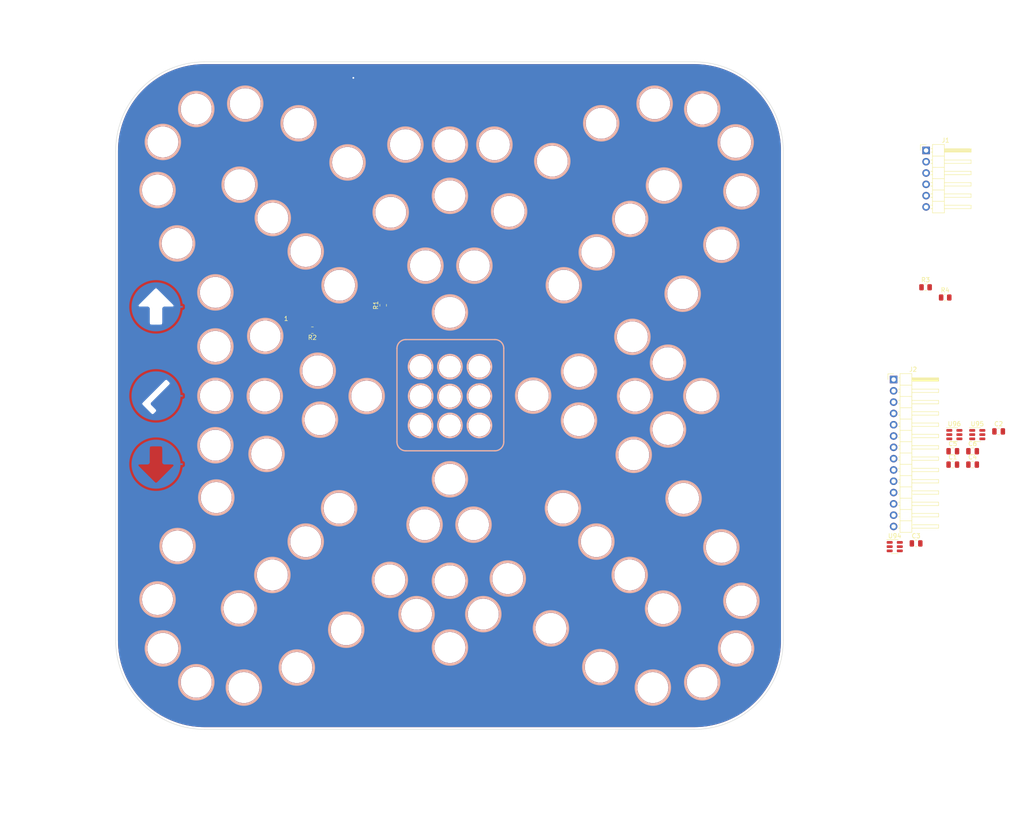
<source format=kicad_pcb>
(kicad_pcb (version 20211014) (generator pcbnew)

  (general
    (thickness 1.6)
  )

  (paper "A4")
  (layers
    (0 "F.Cu" signal)
    (31 "B.Cu" signal)
    (32 "B.Adhes" user "B.Adhesive")
    (33 "F.Adhes" user "F.Adhesive")
    (34 "B.Paste" user)
    (35 "F.Paste" user)
    (36 "B.SilkS" user "B.Silkscreen")
    (37 "F.SilkS" user "F.Silkscreen")
    (38 "B.Mask" user)
    (39 "F.Mask" user)
    (40 "Dwgs.User" user "User.Drawings")
    (41 "Cmts.User" user "User.Comments")
    (42 "Eco1.User" user "User.Eco1")
    (43 "Eco2.User" user "User.Eco2")
    (44 "Edge.Cuts" user)
    (45 "Margin" user)
    (46 "B.CrtYd" user "B.Courtyard")
    (47 "F.CrtYd" user "F.Courtyard")
    (48 "B.Fab" user)
    (49 "F.Fab" user)
    (50 "User.1" user)
    (51 "User.2" user)
    (52 "User.3" user)
    (53 "User.4" user)
    (54 "User.5" user)
    (55 "User.6" user)
    (56 "User.7" user)
    (57 "User.8" user)
    (58 "User.9" user)
  )

  (setup
    (stackup
      (layer "F.SilkS" (type "Top Silk Screen") (color "White"))
      (layer "F.Paste" (type "Top Solder Paste"))
      (layer "F.Mask" (type "Top Solder Mask") (color "Black") (thickness 0.01))
      (layer "F.Cu" (type "copper") (thickness 0.035))
      (layer "dielectric 1" (type "core") (thickness 1.51) (material "FR4") (epsilon_r 4.5) (loss_tangent 0.02))
      (layer "B.Cu" (type "copper") (thickness 0.035))
      (layer "B.Mask" (type "Bottom Solder Mask") (color "Black") (thickness 0.01))
      (layer "B.Paste" (type "Bottom Solder Paste"))
      (layer "B.SilkS" (type "Bottom Silk Screen") (color "White"))
      (copper_finish "None")
      (dielectric_constraints no)
    )
    (pad_to_mask_clearance 0)
    (pcbplotparams
      (layerselection 0x00010fc_ffffffff)
      (disableapertmacros false)
      (usegerberextensions false)
      (usegerberattributes true)
      (usegerberadvancedattributes true)
      (creategerberjobfile true)
      (svguseinch false)
      (svgprecision 6)
      (excludeedgelayer true)
      (plotframeref false)
      (viasonmask false)
      (mode 1)
      (useauxorigin false)
      (hpglpennumber 1)
      (hpglpenspeed 20)
      (hpglpendiameter 15.000000)
      (dxfpolygonmode true)
      (dxfimperialunits true)
      (dxfusepcbnewfont true)
      (psnegative false)
      (psa4output false)
      (plotreference true)
      (plotvalue true)
      (plotinvisibletext false)
      (sketchpadsonfab false)
      (subtractmaskfromsilk false)
      (outputformat 1)
      (mirror false)
      (drillshape 0)
      (scaleselection 1)
      (outputdirectory "gerber/")
    )
  )

  (net 0 "")
  (net 1 "VDD")
  (net 2 "Net-(J1-Pad2)")
  (net 3 "Net-(J1-Pad3)")
  (net 4 "Net-(J1-Pad4)")
  (net 5 "Net-(J1-Pad5)")
  (net 6 "GND")
  (net 7 "Net-(R1-Pad2)")
  (net 8 "Net-(U1-Pad5)")
  (net 9 "Net-(U2-Pad5)")
  (net 10 "Net-(U3-Pad5)")
  (net 11 "Net-(U4-Pad5)")
  (net 12 "Net-(U5-Pad5)")
  (net 13 "Net-(U6-Pad5)")
  (net 14 "Net-(U7-Pad5)")
  (net 15 "Net-(U8-Pad5)")
  (net 16 "Net-(U10-Pad5)")
  (net 17 "Net-(U11-Pad5)")
  (net 18 "Net-(U12-Pad5)")
  (net 19 "Net-(U13-Pad5)")
  (net 20 "Net-(U14-Pad5)")
  (net 21 "Net-(U15-Pad5)")
  (net 22 "unconnected-(U16-Pad5)")
  (net 23 "Net-(R2-Pad2)")
  (net 24 "Net-(U17-Pad5)")
  (net 25 "Net-(U18-Pad5)")
  (net 26 "Net-(U19-Pad5)")
  (net 27 "Net-(U20-Pad5)")
  (net 28 "Net-(U21-Pad5)")
  (net 29 "Net-(U22-Pad5)")
  (net 30 "Net-(U23-Pad5)")
  (net 31 "Net-(U24-Pad5)")
  (net 32 "Net-(U25-Pad5)")
  (net 33 "Net-(U26-Pad5)")
  (net 34 "Net-(U27-Pad5)")
  (net 35 "Net-(U28-Pad5)")
  (net 36 "Net-(U29-Pad5)")
  (net 37 "Net-(U30-Pad5)")
  (net 38 "Net-(U31-Pad5)")
  (net 39 "Net-(U32-Pad5)")
  (net 40 "Net-(U33-Pad5)")
  (net 41 "Net-(U34-Pad5)")
  (net 42 "Net-(U35-Pad5)")
  (net 43 "Net-(U36-Pad5)")
  (net 44 "Net-(U37-Pad5)")
  (net 45 "Net-(U38-Pad5)")
  (net 46 "Net-(U39-Pad5)")
  (net 47 "Net-(U40-Pad5)")
  (net 48 "Net-(U41-Pad5)")
  (net 49 "Net-(U42-Pad5)")
  (net 50 "Net-(U43-Pad5)")
  (net 51 "Net-(U44-Pad5)")
  (net 52 "Net-(U45-Pad5)")
  (net 53 "Net-(U46-Pad5)")
  (net 54 "Net-(U47-Pad5)")
  (net 55 "Net-(U48-Pad5)")
  (net 56 "Net-(U49-Pad5)")
  (net 57 "Net-(U50-Pad5)")
  (net 58 "Net-(U51-Pad5)")
  (net 59 "Net-(U52-Pad5)")
  (net 60 "Net-(U53-Pad5)")
  (net 61 "Net-(U54-Pad5)")
  (net 62 "Net-(U55-Pad5)")
  (net 63 "Net-(U56-Pad5)")
  (net 64 "Net-(U57-Pad5)")
  (net 65 "Net-(U58-Pad5)")
  (net 66 "Net-(U59-Pad5)")
  (net 67 "Net-(U60-Pad5)")
  (net 68 "Net-(U61-Pad5)")
  (net 69 "Net-(U62-Pad5)")
  (net 70 "Net-(U63-Pad5)")
  (net 71 "Net-(U64-Pad5)")
  (net 72 "Net-(U65-Pad5)")
  (net 73 "Net-(U66-Pad5)")
  (net 74 "Net-(U67-Pad5)")
  (net 75 "unconnected-(U68-Pad5)")
  (net 76 "Net-(R3-Pad2)")
  (net 77 "Net-(U69-Pad5)")
  (net 78 "Net-(U70-Pad5)")
  (net 79 "Net-(U71-Pad5)")
  (net 80 "Net-(U72-Pad5)")
  (net 81 "Net-(U73-Pad5)")
  (net 82 "Net-(U74-Pad5)")
  (net 83 "Net-(U75-Pad5)")
  (net 84 "Net-(U76-Pad5)")
  (net 85 "Net-(U77-Pad5)")
  (net 86 "Net-(U78-Pad5)")
  (net 87 "Net-(U79-Pad5)")
  (net 88 "Net-(U80-Pad5)")
  (net 89 "Net-(U81-Pad5)")
  (net 90 "Net-(U82-Pad5)")
  (net 91 "Net-(U83-Pad5)")
  (net 92 "unconnected-(U84-Pad5)")
  (net 93 "Net-(R4-Pad2)")
  (net 94 "Net-(U85-Pad5)")
  (net 95 "Net-(U86-Pad5)")
  (net 96 "Net-(U87-Pad5)")
  (net 97 "Net-(U88-Pad5)")
  (net 98 "Net-(U89-Pad5)")
  (net 99 "Net-(U90-Pad5)")
  (net 100 "Net-(U91-Pad5)")
  (net 101 "Net-(U92-Pad5)")
  (net 102 "Net-(U10-Pad1)")
  (net 103 "Net-(C1-Pad1)")
  (net 104 "+5V")
  (net 105 "Net-(C3-Pad1)")
  (net 106 "Net-(C5-Pad1)")
  (net 107 "TP1")
  (net 108 "TP2")
  (net 109 "TP3")
  (net 110 "TP4")
  (net 111 "TP5")
  (net 112 "TP6")
  (net 113 "TP7")
  (net 114 "TP8")
  (net 115 "TP9")
  (net 116 "TP10")
  (net 117 "TP11")
  (net 118 "TP12")
  (net 119 "unconnected-(U94-Pad4)")
  (net 120 "unconnected-(U94-Pad6)")
  (net 121 "unconnected-(U95-Pad4)")
  (net 122 "unconnected-(U95-Pad6)")
  (net 123 "unconnected-(U96-Pad4)")
  (net 124 "unconnected-(U96-Pad6)")

  (footprint "test_library:WS2812-4020-dual-7mm_bezMaske" (layer "F.Cu") (at 152.2 118.6))

  (footprint "test_library:WS2812-4020-dual-7mm_bezMaske" (layer "F.Cu") (at 169.9 36.9))

  (footprint "test_library:WS2812-4020-dual-7mm_bezMaske" (layer "F.Cu") (at 89.9 154 180))

  (footprint "test_library:WS2812-4020-dual-7mm_bezMaske" (layer "F.Cu") (at 107.1 49.7 90))

  (footprint "test_library:WS2812-4020-dual-7mm_bezMaske" (layer "F.Cu") (at 94.2 100.75 90))

  (footprint "test_library:WS2812-4020-single-6mm_bezMaske" (layer "F.Cu") (at 140.3 83.1 -135))

  (footprint "test_library:WS2812-4020-dual-7mm_bezMaske" (layer "F.Cu") (at 211.1 32.7 -45))

  (footprint "test_library:WS2812-4020-dual-7mm_bezMaske" (layer "F.Cu") (at 203.6 154 180))

  (footprint "Resistor_SMD:R_0805_2012Metric" (layer "F.Cu") (at 116 74.9 180))

  (footprint "test_library:WS2812-4020-dual-7mm_bezMaske" (layer "F.Cu") (at 94.2 78.55 45))

  (footprint "test_library:WS2812-4020-dual-7mm_bezMaske" (layer "F.Cu") (at 146.9 70.9 -90))

  (footprint "test_library:WS2812-4020-dual-7mm_bezMaske" (layer "F.Cu") (at 99.65 42.2 -90))

  (footprint "test_library:WS2812-4020-dual-7mm_bezMaske" (layer "F.Cu") (at 187.3 129.9 -90))

  (footprint "test_library:WS2812-4020-dual-7mm_bezMaske" (layer "F.Cu") (at 123.9 37.2 180))

  (footprint "test_library:WS2812-4020-dual-7mm_bezMaske" (layer "F.Cu") (at 146.9 44.7 90))

  (footprint "test_library:WS2812-4020-dual-7mm_bezMaske" (layer "F.Cu") (at 99.5 137.4))

  (footprint "test_library:WS2812-4020-dual-7mm_bezMaske" (layer "F.Cu") (at 188.2 102.9 -90))

  (footprint "test_library:WS2812-4020-dual-7mm_bezMaske" (layer "F.Cu") (at 114.5 57.2 -90))

  (footprint "test_library:WS2812-4020-dual-7mm_bezMaske" (layer "F.Cu") (at 199.4 112.7 180))

  (footprint "test_library:WS2812-4020-single-6mm_bezMaske" (layer "F.Cu") (at 146.9 83.1 180))

  (footprint "test_library:WS2812-4020-dual-7mm_bezMaske" (layer "F.Cu") (at 82.4 32.6 45))

  (footprint "test_library:WS2812-4020-single-6mm_bezMaske" (layer "F.Cu") (at 153.525 83.1 135))

  (footprint "test_library:WS2812-4020-dual-7mm_bezMaske" (layer "F.Cu") (at 100.6 155.2))

  (footprint "test_library:WS2812-4020-dual-7mm_bezMaske" (layer "F.Cu") (at 112.9 28.4 180))

  (footprint "test_library:WS2812-4020-dual-7mm_bezMaske" (layer "F.Cu") (at 141.2 118.6 180))

  (footprint "test_library:WS2812-4020-dual-7mm_bezMaske" (layer "F.Cu")
    (tedit 61EAE336) (tstamp 2d95a541-de39-4b05-8e10-420dbbf659d9)
    (at 207.9 55.7 180)
    (property "Sheetfile" "CNLJS_test_LEDice_dual.kicad_sch")
    (property "Sheetname" "")
    (path "/8c283fb5-fab7-447a-ba28-0ea211181207")
    (attr through_hole)
    (fp_text reference "U37" (at 0 1.8) (layer "F.Fab") hide
      (effects (font (size 1 1) (thickness 0.15)))
      (tstamp b1bdb303-cb9b-4bc2-a172-da9546d29135)
    )
    (fp_text value "WS2812-4020_dual" (at 0 -0.5) (layer "F.Fab") hide
      (effects (font (size 1 1) (thickness 0.15)))
      (tstamp 82b4e16b-220e-4644-bf1c-0c096f491472)
    )
    (fp_circle (center 0 0) (end 3.8 0) (layer "B.SilkS") (width 0.6) (fill none) (tstamp 53f0b1d5-7cba-43d7-9d8a-c6182e695929))
    (fp_circle (center 0 0) (end 3.45 0) (layer "B.Mask") (width 0.001) (fill solid) (tstamp 99a7cfc8-5cbf-4d9c-aad3-f866de8a288d))
    (fp_circle (center 0 0) (end 3.45 0) (layer "F.Mask") (width 0.001) (fill solid) (tstamp b78043a5-7a02-4945-aa76-579ca8313cb9))
    (pad "1" smd rect (at 1.3 5.9 180) (size 0.42 1.3) (layers "F.Cu" "F.Paste" "F.Mask")
      (net 43 "Net-(U36-Pad5)") (pinfunction "DIN") (pintype "input") (tstamp 74a79877-8958-41da-8944-562e6bba6c01))
    (pad "2" smd rect (at 0.45 5.9 180) (size 0.42 1.3) (layers "F.Cu" "F.Paste" "F.Mask")
      (net 1 "VDD") (pinfunction "VDD") (pintype "input") (tstamp eb8c4f77-d931-4888-a754-0b09c6b8907f))
    (pad "2" smd rect (at -0.4 -5.9 180) (size 0.42 1.3) (layers "F.Cu" "F.Paste" "F.Mask")
      (net 1 "VDD") (pinfunction "VDD") (pintype "input") (tstamp ecc742f9-8e62-4db4-90e9-b040a131cae6))
    (pad "3" smd rect (at -1.25 -5.9 180) (size 0.42 1.3) (layers "F.Cu" "F.Paste" "F.Mask") (tstamp 7d393522-d44b-4d20-8f0b-b7142987aa89))
    (pad "3" smd rect (at -0.4 5.9 180) (size 0.42 1.3) (layers "F.Cu" "F.Paste" "F.Mask") (tstamp b7bae9c8-4fed-4c69-a28c-182e2480bcdb))
    (pad "4" smd rect (at -1.25 5.9 180) (size 0.42 1.3) (layers "F.Cu" "F.Paste" "F.Mask")
      (net 6 "GND") (pinfunction "VSS") (pintype "input") (tstamp b96b731a-92c2-4e6b-a452-39f1d33f53c2))
    (pad "4" smd rect (at 1.3 -5.9 180) (size 0.42 1.3) (layers "F.Cu" "F.Paste" "F.Mask")
      (net 6 "GND") (pinfunction "VSS") (pintype "input") (tstamp ca677453-09f3-4d39-9e39-a44be56569d9))
    (pad "5" smd rect (at 0.45 -5.9 180) (size 0.42 1.3) (layers "F.Cu" "F.Paste" "F.Mask")
      (net 44 "Net-(U37-Pad5)") (pinfunction "DOUT") (pintype "input") (tstamp c517de34-4f09-44c4-870e-606e92563fb1))
    (zone (net 0) (net_name "") (layer "F.Cu") (tstamp 7ee5ea0c-defb-4d0b-bcbd-00ad41ed6f6f) (hatch edge 0.508)
      (connect_pads (clearance 0))
      (min_thickness 0.254)
      (keepout (tracks not_allowed) (vias not_allowed) (pads not_allowed ) (copperpour not_allowed) (footprints allowed))
      (fill (thermal_gap 0.508) (thermal_bridge_width 0.508))
      (polygon
        (pts
          (xy 204.405211 55.7)
          (xy 204.424356 56.065305)
          (xy 204.481581 56.426607)
          (xy 204.576258 56.779949)
          (xy 204.707351 57.121459)
          (xy 204.873424 57.447394)
          (xy 205.072656 57.754185)
          (xy 205.302866 58.03847)
          (xy 205.56153 58.297134)
          (xy 205.845815 58.527344)
          (xy 206.152605 58.726576)
          (xy 206.478541 58.892649)
          (xy 206.820051 59.023742)
          (xy 207.173393 59.118419)
          (xy 207.534695 59.175644)
          (xy 207.9 59.194789)
          (xy 208.265305 59.175644)
          (xy 208.626607 59.118419)
          (xy 208.979949 59.023742)
          (xy 209.321459 58.892649)
          (xy 209.647394 58.726576)
          (xy 209.954185 58.527344)
          (xy 210.23847 58.297134)
          (xy 210.497134 58.03847)
          (xy 210.727344 57.754185)
          (xy 210.926576 57.447394)
          (xy 211.092649 57.121459)
          (xy 211.223742 56.779949)
          (xy 211.318419 56.426607)
          (xy 211.375644 56.065305)
          (xy 211.394789 55.7)
          (xy 211.375644 55.334695)
          (xy 211.318419 54.973393)
          (xy 211.223742 54.620051)
          (xy 211.092649 54.278541)
          (xy 210.926576 53.952606)
          (xy 210.727344 53.645815)
          (xy 210.497134 53.36153)
          (xy 210.23847 53.102866)
          (xy 209.954185 52.872656)
          (xy 209.647395 52.673424)
          (xy 209.321459 52.507351)
          (xy 208.979949 52.376258)
          (xy 208.626607 52.281581)
          (xy 208.265305 52.224356)
          (xy 207.9 52.205211)
          (xy 207.534695 52.224356)
          (xy 207.173393 52.281581)
          (xy 206.820051 52.376258)
          (xy 206.478541 52.507351)
          (xy 206.152605 52.673424)
          (xy 205.845815 52.872656)
          (xy 205.56153 53.102866)
          (xy 205.302866 53.36153)
          (xy 205.072656 53.645815)
          (xy 204.873424 53.952606)
          (xy 204.707351 54.278541)
          (xy 204.576258 54.620051)
          (xy 204.481581 54.973393)
          (xy 204.424356 55.334695)
        )
      )
    )
    (zone (net 0) (net_name "") (layer "B.Cu") (tstamp 4c5d541c-ce39-4174-91d3-196fb89df6ca) (hatch edge 0.508)
      (connect_pads (clearance 0))
      (min_thickness 0.254)
      (keepout (tracks not_allowed) (vias not_allowed) (pads not_allowed ) (copperpour not_allowed) (footprints allowed))
      (fill (thermal_gap
... [3913399 chars truncated]
</source>
